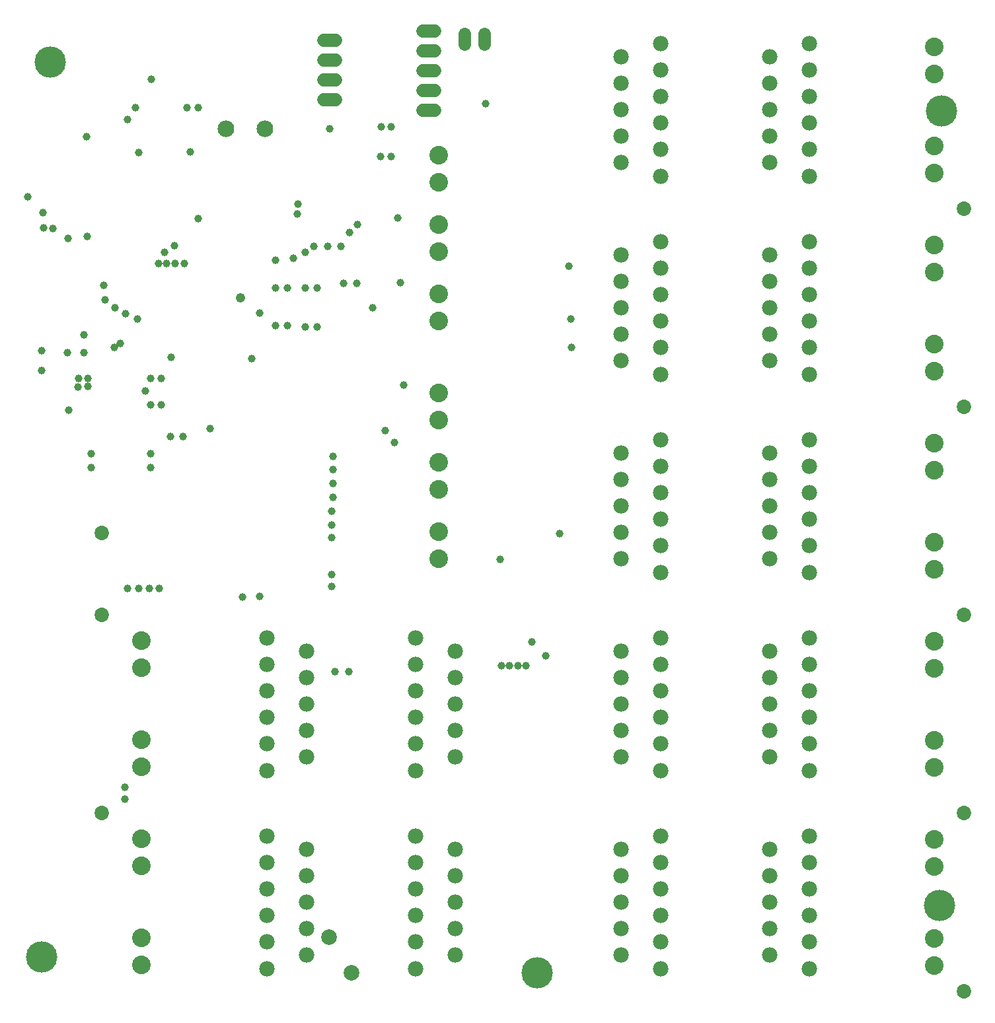
<source format=gbs>
G75*
G70*
%OFA0B0*%
%FSLAX24Y24*%
%IPPOS*%
%LPD*%
%AMOC8*
5,1,8,0,0,1.08239X$1,22.5*
%
%ADD10C,0.0780*%
%ADD11C,0.0940*%
%ADD12C,0.0840*%
%ADD13C,0.0680*%
%ADD14C,0.0640*%
%ADD15C,0.0476*%
%ADD16C,0.0390*%
%ADD17C,0.0789*%
%ADD18C,0.0730*%
%ADD19C,0.1582*%
D10*
X013991Y001834D03*
X013991Y003172D03*
X013991Y004511D03*
X013991Y005849D03*
X013991Y007188D03*
X013991Y008526D03*
X015991Y007857D03*
X015991Y006519D03*
X015991Y005180D03*
X015991Y003841D03*
X015991Y002503D03*
X021491Y003172D03*
X021491Y004511D03*
X021491Y005849D03*
X021491Y007188D03*
X021491Y008526D03*
X023491Y007857D03*
X023491Y006519D03*
X023491Y005180D03*
X023491Y003841D03*
X023491Y002503D03*
X021491Y001834D03*
X021491Y011834D03*
X021491Y013172D03*
X021491Y014511D03*
X021491Y015849D03*
X021491Y017188D03*
X021491Y018526D03*
X023491Y017857D03*
X023491Y016519D03*
X023491Y015180D03*
X023491Y013841D03*
X023491Y012503D03*
X015991Y012503D03*
X015991Y013841D03*
X015991Y015180D03*
X015991Y016519D03*
X015991Y017857D03*
X013991Y017188D03*
X013991Y018526D03*
X013991Y015849D03*
X013991Y014511D03*
X013991Y013172D03*
X013991Y011834D03*
X031869Y012503D03*
X031869Y013841D03*
X031869Y015180D03*
X031869Y016519D03*
X031869Y017857D03*
X033869Y017188D03*
X033869Y018526D03*
X033869Y015849D03*
X033869Y014511D03*
X033869Y013172D03*
X033869Y011834D03*
X033869Y008526D03*
X033869Y007188D03*
X033869Y005849D03*
X033869Y004511D03*
X033869Y003172D03*
X033869Y001834D03*
X031869Y002503D03*
X031869Y003841D03*
X031869Y005180D03*
X031869Y006519D03*
X031869Y007857D03*
X039369Y007857D03*
X039369Y006519D03*
X039369Y005180D03*
X039369Y003841D03*
X039369Y002503D03*
X041369Y003172D03*
X041369Y004511D03*
X041369Y005849D03*
X041369Y007188D03*
X041369Y008526D03*
X041369Y011834D03*
X041369Y013172D03*
X041369Y014511D03*
X041369Y015849D03*
X041369Y017188D03*
X041369Y018526D03*
X039369Y017857D03*
X039369Y016519D03*
X039369Y015180D03*
X039369Y013841D03*
X039369Y012503D03*
X041369Y021834D03*
X041369Y023172D03*
X041369Y024511D03*
X041369Y025849D03*
X041369Y027188D03*
X041369Y028526D03*
X039369Y027857D03*
X039369Y026519D03*
X039369Y025180D03*
X039369Y023841D03*
X039369Y022503D03*
X033869Y023172D03*
X033869Y024511D03*
X033869Y025849D03*
X033869Y027188D03*
X033869Y028526D03*
X031869Y027857D03*
X031869Y026519D03*
X031869Y025180D03*
X031869Y023841D03*
X031869Y022503D03*
X033869Y021834D03*
X033869Y031834D03*
X033869Y033172D03*
X033869Y034511D03*
X033869Y035849D03*
X033869Y037188D03*
X033869Y038526D03*
X031869Y037857D03*
X031869Y036519D03*
X031869Y035180D03*
X031869Y033841D03*
X031869Y032503D03*
X039369Y032503D03*
X039369Y033841D03*
X039369Y035180D03*
X039369Y036519D03*
X039369Y037857D03*
X041369Y037188D03*
X041369Y035849D03*
X041369Y034511D03*
X041369Y033172D03*
X041369Y031834D03*
X041369Y038526D03*
X041369Y041834D03*
X041369Y043172D03*
X041369Y044511D03*
X041369Y045849D03*
X041369Y047188D03*
X041369Y048526D03*
X039369Y047857D03*
X039369Y046519D03*
X039369Y045180D03*
X039369Y043841D03*
X039369Y042503D03*
X033869Y043172D03*
X033869Y041834D03*
X031869Y042503D03*
X031869Y043841D03*
X031869Y045180D03*
X031869Y046519D03*
X031869Y047857D03*
X033869Y047188D03*
X033869Y045849D03*
X033869Y044511D03*
X033869Y048526D03*
X041369Y001834D03*
D11*
X047680Y001971D03*
X047680Y003349D03*
X047680Y006971D03*
X047680Y008349D03*
X047680Y011971D03*
X047680Y013349D03*
X047680Y016971D03*
X047680Y018349D03*
X047680Y021971D03*
X047680Y023349D03*
X047680Y026971D03*
X047680Y028349D03*
X047680Y031971D03*
X047680Y033349D03*
X047680Y036971D03*
X047680Y038349D03*
X047680Y041971D03*
X047680Y043349D03*
X047680Y046971D03*
X047680Y048349D03*
X022680Y042889D03*
X022680Y041511D03*
X022680Y039389D03*
X022680Y038011D03*
X022680Y035889D03*
X022680Y034511D03*
X022680Y030889D03*
X022680Y029511D03*
X022680Y027389D03*
X022680Y026011D03*
X022680Y023889D03*
X022680Y022511D03*
X007680Y018389D03*
X007680Y017011D03*
X007680Y013389D03*
X007680Y012011D03*
X007680Y008389D03*
X007680Y007011D03*
X007680Y003389D03*
X007680Y002011D03*
D12*
X011936Y044210D03*
X013904Y044210D03*
D13*
X016880Y045680D02*
X017480Y045680D01*
X017480Y046680D02*
X016880Y046680D01*
X016880Y047680D02*
X017480Y047680D01*
X017480Y048680D02*
X016880Y048680D01*
X021880Y049150D02*
X022480Y049150D01*
X022480Y048150D02*
X021880Y048150D01*
X021880Y047150D02*
X022480Y047150D01*
X022480Y046150D02*
X021880Y046150D01*
X021880Y045150D02*
X022480Y045150D01*
D14*
X023980Y048470D02*
X023980Y049030D01*
X024980Y049030D02*
X024980Y048470D01*
D15*
X012680Y035680D03*
D16*
X013630Y034930D03*
X014430Y034280D03*
X015030Y034280D03*
X015930Y034230D03*
X016530Y034230D03*
X016530Y036180D03*
X015930Y036180D03*
X015030Y036180D03*
X014430Y036180D03*
X014430Y037580D03*
X015330Y037680D03*
X015930Y037980D03*
X016380Y038280D03*
X017080Y038280D03*
X017730Y038280D03*
X018180Y038980D03*
X018580Y039380D03*
X020620Y039730D03*
X020740Y036440D03*
X019330Y035180D03*
X018530Y036430D03*
X017880Y036430D03*
X015530Y039930D03*
X015580Y040430D03*
X017180Y044230D03*
X019780Y044330D03*
X020280Y044330D03*
X020280Y042830D03*
X019730Y042830D03*
X025030Y045490D03*
X029230Y037280D03*
X029330Y034630D03*
X029380Y033180D03*
X020900Y031300D03*
X019980Y028980D03*
X020430Y028380D03*
X017330Y027680D03*
X017330Y027030D03*
X017330Y026330D03*
X017330Y025630D03*
X017280Y024930D03*
X017280Y024230D03*
X017280Y023580D03*
X017280Y021730D03*
X017280Y021130D03*
X013630Y020630D03*
X012780Y020580D03*
X008580Y021030D03*
X008080Y021030D03*
X007530Y021030D03*
X006980Y021030D03*
X008130Y027130D03*
X008130Y027830D03*
X009130Y028680D03*
X009780Y028680D03*
X011130Y029080D03*
X008680Y030280D03*
X008130Y030280D03*
X007880Y030990D03*
X008130Y031630D03*
X008680Y031630D03*
X009180Y032680D03*
X007480Y034630D03*
X006880Y034880D03*
X006330Y035180D03*
X005830Y035580D03*
X005780Y036320D03*
X003960Y038680D03*
X003200Y039190D03*
X002730Y039210D03*
X002690Y039970D03*
X001930Y040770D03*
X004940Y038800D03*
X008530Y037430D03*
X008930Y037430D03*
X009380Y037430D03*
X009830Y037430D03*
X009330Y038330D03*
X008830Y037980D03*
X010530Y039680D03*
X010150Y043050D03*
X009980Y045280D03*
X010530Y045280D03*
X008180Y046730D03*
X007380Y045280D03*
X006980Y044690D03*
X007530Y043030D03*
X004895Y043810D03*
X004780Y033830D03*
X004770Y032930D03*
X003950Y032910D03*
X002640Y033010D03*
X002640Y032020D03*
X004510Y031610D03*
X004480Y031200D03*
X004960Y031210D03*
X004970Y031610D03*
X004000Y030010D03*
X005130Y027830D03*
X005130Y027130D03*
X006290Y033200D03*
X006620Y033400D03*
X013230Y032630D03*
X025780Y022480D03*
X028780Y023780D03*
X027380Y018330D03*
X028080Y017630D03*
X027080Y017130D03*
X026680Y017130D03*
X026230Y017130D03*
X025830Y017130D03*
X018130Y016830D03*
X017430Y016830D03*
X006830Y010980D03*
X006830Y010380D03*
D17*
X017130Y003430D03*
X018280Y001630D03*
D18*
X005680Y009680D03*
X005680Y019680D03*
X005680Y023830D03*
X049180Y019680D03*
X049180Y009680D03*
X049180Y000680D03*
X049180Y030180D03*
X049180Y040180D03*
D19*
X002630Y002430D03*
X027630Y001630D03*
X047930Y005030D03*
X048030Y045130D03*
X003080Y047580D03*
M02*

</source>
